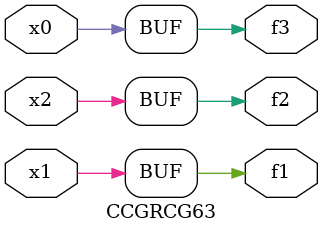
<source format=v>
module CCGRCG63(
	input x0, x1, x2,
	output f1, f2, f3
);
	assign f1 = x1;
	assign f2 = x2;
	assign f3 = x0;
endmodule

</source>
